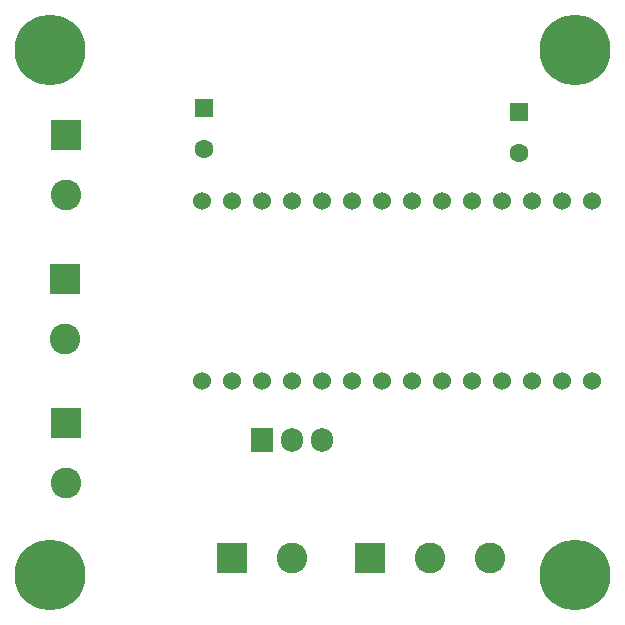
<source format=gbr>
%TF.GenerationSoftware,KiCad,Pcbnew,(6.0.6)*%
%TF.CreationDate,2022-07-27T00:23:15-07:00*%
%TF.ProjectId,AUTOPUMP_V2.02,4155544f-5055-44d5-905f-56322e30322e,rev?*%
%TF.SameCoordinates,Original*%
%TF.FileFunction,Soldermask,Bot*%
%TF.FilePolarity,Negative*%
%FSLAX46Y46*%
G04 Gerber Fmt 4.6, Leading zero omitted, Abs format (unit mm)*
G04 Created by KiCad (PCBNEW (6.0.6)) date 2022-07-27 00:23:15*
%MOMM*%
%LPD*%
G01*
G04 APERTURE LIST*
%ADD10R,2.600000X2.600000*%
%ADD11C,2.600000*%
%ADD12R,1.905000X2.000000*%
%ADD13O,1.905000X2.000000*%
%ADD14C,6.000000*%
%ADD15C,1.524000*%
%ADD16R,1.600000X1.600000*%
%ADD17C,1.600000*%
G04 APERTURE END LIST*
D10*
%TO.C,J4*%
X111172800Y-60967800D03*
D11*
X111172800Y-66047800D03*
%TD*%
D12*
%TO.C,Q1*%
X127762000Y-86797000D03*
D13*
X130302000Y-86797000D03*
X132842000Y-86797000D03*
%TD*%
D14*
%TO.C,H3*%
X154305000Y-98171000D03*
%TD*%
%TO.C,H2*%
X109855000Y-98171000D03*
%TD*%
D15*
%TO.C,U2*%
X155702000Y-66548000D03*
X153162000Y-66548000D03*
X150622000Y-66548000D03*
X148082000Y-66548000D03*
X145542000Y-66548000D03*
X143002000Y-66548000D03*
X140462000Y-66548000D03*
X137922000Y-66548000D03*
X135382000Y-66548000D03*
X132842000Y-66548000D03*
X130302000Y-66548000D03*
X127762000Y-66548000D03*
X125222000Y-66548000D03*
X122682000Y-66548000D03*
X122682000Y-81788000D03*
X125222000Y-81788000D03*
X127762000Y-81788000D03*
X130302000Y-81788000D03*
X132842000Y-81788000D03*
X135382000Y-81788000D03*
X137922000Y-81788000D03*
X140462000Y-81788000D03*
X143002000Y-81788000D03*
X145542000Y-81788000D03*
X148082000Y-81788000D03*
X150622000Y-81788000D03*
X153162000Y-81788000D03*
X155702000Y-81788000D03*
%TD*%
D10*
%TO.C,J5*%
X125221000Y-96757394D03*
D11*
X130301000Y-96757394D03*
%TD*%
D14*
%TO.C,H4*%
X154305000Y-53721000D03*
%TD*%
D10*
%TO.C,J1*%
X136905000Y-96757394D03*
D11*
X141985000Y-96757394D03*
X147065000Y-96757394D03*
%TD*%
D10*
%TO.C,J3*%
X111172800Y-85346800D03*
D11*
X111172800Y-90426800D03*
%TD*%
D16*
%TO.C,C2*%
X122859800Y-58646949D03*
D17*
X122859800Y-62146949D03*
%TD*%
D10*
%TO.C,J2*%
X111126800Y-73154800D03*
D11*
X111126800Y-78234800D03*
%TD*%
D16*
%TO.C,C7*%
X149504400Y-58977149D03*
D17*
X149504400Y-62477149D03*
%TD*%
D14*
%TO.C,H1*%
X109855000Y-53721000D03*
%TD*%
M02*

</source>
